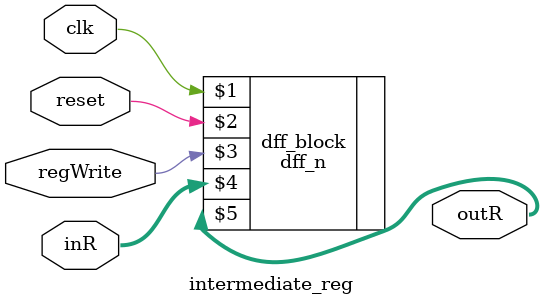
<source format=v>

`include "dff.v"

module intermediate_reg (input clk, input reset,input regWrite ,input [len-1:0]inR, output[len-1:0] outR);
parameter len = 32;

dff_n #(len) dff_block (clk,reset,regWrite,inR,outR);

endmodule
</source>
